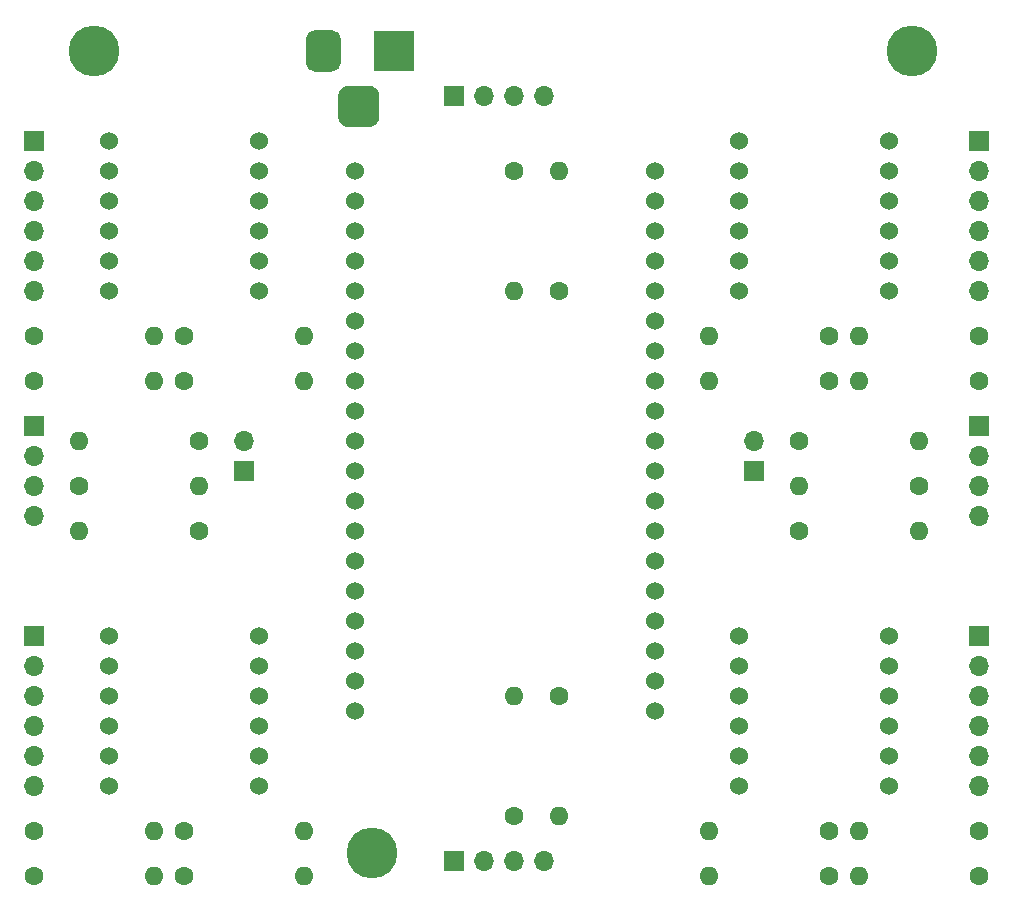
<source format=gts>
G04 #@! TF.GenerationSoftware,KiCad,Pcbnew,(5.1.9)-1*
G04 #@! TF.CreationDate,2021-05-03T12:15:15+12:00*
G04 #@! TF.ProjectId,Mobile robot electronics,4d6f6269-6c65-4207-926f-626f7420656c,rev?*
G04 #@! TF.SameCoordinates,Original*
G04 #@! TF.FileFunction,Soldermask,Top*
G04 #@! TF.FilePolarity,Negative*
%FSLAX46Y46*%
G04 Gerber Fmt 4.6, Leading zero omitted, Abs format (unit mm)*
G04 Created by KiCad (PCBNEW (5.1.9)-1) date 2021-05-03 12:15:15*
%MOMM*%
%LPD*%
G01*
G04 APERTURE LIST*
%ADD10C,4.300000*%
%ADD11C,1.524000*%
%ADD12R,3.500000X3.500000*%
%ADD13O,1.700000X1.700000*%
%ADD14R,1.700000X1.700000*%
%ADD15C,1.600000*%
%ADD16O,1.600000X1.600000*%
G04 APERTURE END LIST*
D10*
X66675000Y-109855000D03*
X43180000Y-41910000D03*
X112395000Y-41910000D03*
D11*
X90674000Y-97790000D03*
X90674000Y-95250000D03*
X90674000Y-92710000D03*
X90674000Y-90170000D03*
X90674000Y-87630000D03*
X90674000Y-85090000D03*
X90674000Y-82550000D03*
X90674000Y-80010000D03*
X90674000Y-77470000D03*
X90674000Y-74930000D03*
X90674000Y-72390000D03*
X90674000Y-69850000D03*
X90674000Y-67310000D03*
X90674000Y-64770000D03*
X90674000Y-62230000D03*
X90674000Y-59690000D03*
X90674000Y-57150000D03*
X90674000Y-54610000D03*
X90674000Y-52070000D03*
X65274000Y-97790000D03*
X65274000Y-95250000D03*
X65274000Y-92710000D03*
X65274000Y-90170000D03*
X65274000Y-87630000D03*
X65274000Y-85090000D03*
X65274000Y-82550000D03*
X65274000Y-80010000D03*
X65274000Y-77470000D03*
X65274000Y-74930000D03*
X65274000Y-72390000D03*
X65274000Y-69850000D03*
X65274000Y-67310000D03*
X65274000Y-64770000D03*
X65274000Y-62230000D03*
X65274000Y-59690000D03*
X65274000Y-57150000D03*
X65274000Y-54610000D03*
X65274000Y-52070000D03*
G36*
G01*
X63830000Y-47485000D02*
X63830000Y-45735000D01*
G75*
G02*
X64705000Y-44860000I875000J0D01*
G01*
X66455000Y-44860000D01*
G75*
G02*
X67330000Y-45735000I0J-875000D01*
G01*
X67330000Y-47485000D01*
G75*
G02*
X66455000Y-48360000I-875000J0D01*
G01*
X64705000Y-48360000D01*
G75*
G02*
X63830000Y-47485000I0J875000D01*
G01*
G37*
G36*
G01*
X61080000Y-42910000D02*
X61080000Y-40910000D01*
G75*
G02*
X61830000Y-40160000I750000J0D01*
G01*
X63330000Y-40160000D01*
G75*
G02*
X64080000Y-40910000I0J-750000D01*
G01*
X64080000Y-42910000D01*
G75*
G02*
X63330000Y-43660000I-750000J0D01*
G01*
X61830000Y-43660000D01*
G75*
G02*
X61080000Y-42910000I0J750000D01*
G01*
G37*
D12*
X68580000Y-41910000D03*
D13*
X81280000Y-45720000D03*
X78740000Y-45720000D03*
X76200000Y-45720000D03*
D14*
X73660000Y-45720000D03*
X73660000Y-110490000D03*
D13*
X76200000Y-110490000D03*
X78740000Y-110490000D03*
X81280000Y-110490000D03*
D14*
X38100000Y-73660000D03*
D13*
X38100000Y-76200000D03*
X38100000Y-78740000D03*
X38100000Y-81280000D03*
X118110000Y-81280000D03*
X118110000Y-78740000D03*
X118110000Y-76200000D03*
D14*
X118110000Y-73660000D03*
X55880000Y-77470000D03*
D13*
X55880000Y-74930000D03*
X99060000Y-74930000D03*
D14*
X99060000Y-77470000D03*
D13*
X38100000Y-62230000D03*
X38100000Y-59690000D03*
X38100000Y-57150000D03*
X38100000Y-54610000D03*
X38100000Y-52070000D03*
D14*
X38100000Y-49530000D03*
D13*
X38100000Y-104140000D03*
X38100000Y-101600000D03*
X38100000Y-99060000D03*
X38100000Y-96520000D03*
X38100000Y-93980000D03*
D14*
X38100000Y-91440000D03*
X118110000Y-49530000D03*
D13*
X118110000Y-52070000D03*
X118110000Y-54610000D03*
X118110000Y-57150000D03*
X118110000Y-59690000D03*
X118110000Y-62230000D03*
D14*
X118110000Y-91440000D03*
D13*
X118110000Y-93980000D03*
X118110000Y-96520000D03*
X118110000Y-99060000D03*
X118110000Y-101600000D03*
X118110000Y-104140000D03*
D15*
X78740000Y-52070000D03*
D16*
X78740000Y-62230000D03*
X82550000Y-52070000D03*
D15*
X82550000Y-62230000D03*
X78740000Y-106680000D03*
D16*
X78740000Y-96520000D03*
X82550000Y-106680000D03*
D15*
X82550000Y-96520000D03*
X41910000Y-78740000D03*
D16*
X52070000Y-78740000D03*
X41910000Y-82550000D03*
D15*
X52070000Y-82550000D03*
X113030000Y-78740000D03*
D16*
X102870000Y-78740000D03*
X113030000Y-82550000D03*
D15*
X102870000Y-82550000D03*
X52070000Y-74930000D03*
D16*
X41910000Y-74930000D03*
X113030000Y-74930000D03*
D15*
X102870000Y-74930000D03*
D16*
X48260000Y-66040000D03*
D15*
X38100000Y-66040000D03*
D16*
X60960000Y-66040000D03*
D15*
X50800000Y-66040000D03*
D16*
X48260000Y-107950000D03*
D15*
X38100000Y-107950000D03*
D16*
X60960000Y-107950000D03*
D15*
X50800000Y-107950000D03*
X38100000Y-69850000D03*
D16*
X48260000Y-69850000D03*
D15*
X50800000Y-69850000D03*
D16*
X60960000Y-69850000D03*
D15*
X38100000Y-111760000D03*
D16*
X48260000Y-111760000D03*
D15*
X50800000Y-111760000D03*
D16*
X60960000Y-111760000D03*
X107950000Y-66040000D03*
D15*
X118110000Y-66040000D03*
D16*
X95250000Y-66040000D03*
D15*
X105410000Y-66040000D03*
D16*
X107950000Y-107950000D03*
D15*
X118110000Y-107950000D03*
D16*
X95250000Y-107950000D03*
D15*
X105410000Y-107950000D03*
X118110000Y-69850000D03*
D16*
X107950000Y-69850000D03*
D15*
X105410000Y-69850000D03*
D16*
X95250000Y-69850000D03*
D15*
X118110000Y-111760000D03*
D16*
X107950000Y-111760000D03*
D15*
X105410000Y-111760000D03*
D16*
X95250000Y-111760000D03*
D11*
X44450000Y-57150000D03*
X44450000Y-49530000D03*
X44450000Y-52070000D03*
X44450000Y-54610000D03*
X44450000Y-59690000D03*
X57150000Y-52070000D03*
X57150000Y-54610000D03*
X44450000Y-62230000D03*
X57150000Y-49530000D03*
X57150000Y-62230000D03*
X57150000Y-57150000D03*
X57150000Y-59690000D03*
X57150000Y-101600000D03*
X57150000Y-99060000D03*
X57150000Y-104140000D03*
X57150000Y-91440000D03*
X44450000Y-104140000D03*
X57150000Y-96520000D03*
X57150000Y-93980000D03*
X44450000Y-101600000D03*
X44450000Y-96520000D03*
X44450000Y-93980000D03*
X44450000Y-91440000D03*
X44450000Y-99060000D03*
X110490000Y-54610000D03*
X110490000Y-62230000D03*
X110490000Y-59690000D03*
X110490000Y-57150000D03*
X110490000Y-52070000D03*
X97790000Y-59690000D03*
X97790000Y-57150000D03*
X110490000Y-49530000D03*
X97790000Y-62230000D03*
X97790000Y-49530000D03*
X97790000Y-54610000D03*
X97790000Y-52070000D03*
X97790000Y-93980000D03*
X97790000Y-96520000D03*
X97790000Y-91440000D03*
X97790000Y-104140000D03*
X110490000Y-91440000D03*
X97790000Y-99060000D03*
X97790000Y-101600000D03*
X110490000Y-93980000D03*
X110490000Y-99060000D03*
X110490000Y-101600000D03*
X110490000Y-104140000D03*
X110490000Y-96520000D03*
M02*

</source>
